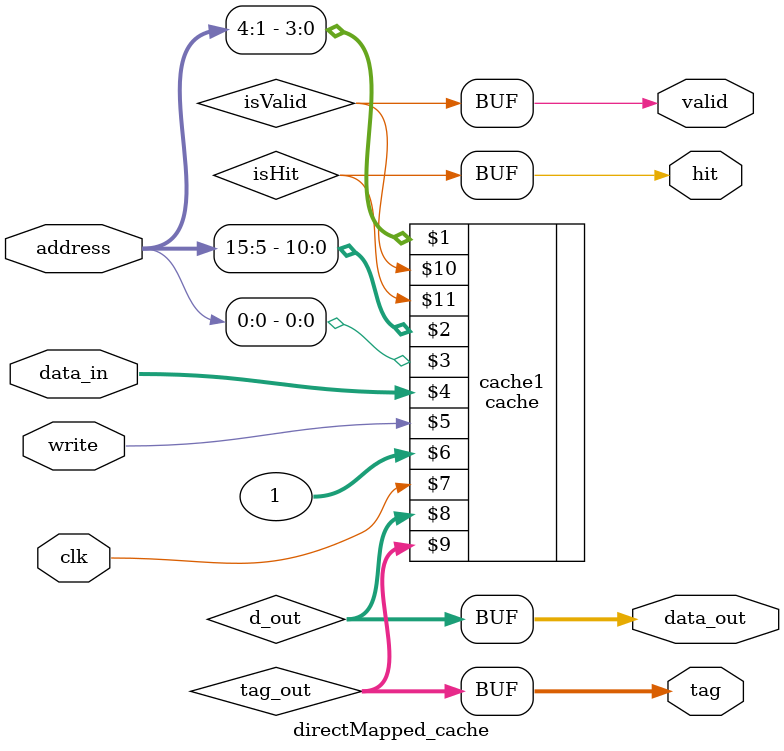
<source format=v>
/* Author: Ahmed Abdulkareem, William Harrington
   Date: 11/07/2015
   ECE 485/585
   Cache Simulator
*/

module directMapped_cache(address,
			  data_in,
			  write,
			  clk,
			  data_out,
			  hit,
			  valid,tag);

			  /*
			    Module description

			    This module instantiates the cache module described by cache.v
			    to make up one set of the cache.

			    Designed for simplicity and easy instantiation,
			    this module controls the internal workings of the cache.
			  */


			  /* inputs */
			  input [15:0] address; /* address to read from/write to */
			  input [7:0] data_in;  /* data input to write */
			  input write, clk;     /* control signal, and clock */

			  /* outputs */
			  output [7:0] data_out; /* data output from the cache */
			  output hit, valid;     /* hit and valid outputs */
			  output [10:0] tag;     /* tag bits output */

			  wire [7:0] d_out;      /* wire that is connected to data_out */
			  wire [10:0] tag_out;   /* wire that is connected to tag */
			  wire isHit, isValid;   /* wires connected to hit and valid outputs */

			  /* instantiation of cache module described in cache.v */
			  cache cache1(address[4:1], address[15:5], address[0], data_in, write, 1, clk, d_out, tag_out, isValid, isHit);

			  /* assign outputs */
			  assign hit = isHit; /* set if we got a hit from the cache */
			  assign valid = isValid; /* set if we got valid from the cache */
			  assign data_out = d_out; /* data if we have any, 0 otherwise */
			  assign tag = tag_out; /* tag bits if we got a hit */

endmodule
</source>
